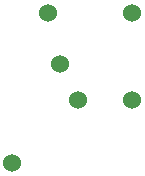
<source format=gbr>
%TF.GenerationSoftware,KiCad,Pcbnew,6.0.0*%
%TF.CreationDate,2022-01-07T11:19:12-07:00*%
%TF.ProjectId,A0004-SWD-Adapter,41303030-342d-4535-9744-2d4164617074,rev?*%
%TF.SameCoordinates,Original*%
%TF.FileFunction,Paste,Top*%
%TF.FilePolarity,Positive*%
%FSLAX46Y46*%
G04 Gerber Fmt 4.6, Leading zero omitted, Abs format (unit mm)*
G04 Created by KiCad (PCBNEW 6.0.0) date 2022-01-07 11:19:12*
%MOMM*%
%LPD*%
G01*
G04 APERTURE LIST*
%ADD10C,1.524000*%
G04 APERTURE END LIST*
D10*
%TO.C,TP1*%
X137922000Y-90424000D03*
%TD*%
%TO.C,TP5*%
X145034000Y-97790000D03*
%TD*%
%TO.C,TP3*%
X145034000Y-90424000D03*
%TD*%
%TO.C,TP6*%
X134874000Y-103124000D03*
%TD*%
%TO.C,TP4*%
X140462000Y-97790000D03*
%TD*%
%TO.C,TP7*%
X138938000Y-94742000D03*
%TD*%
M02*

</source>
